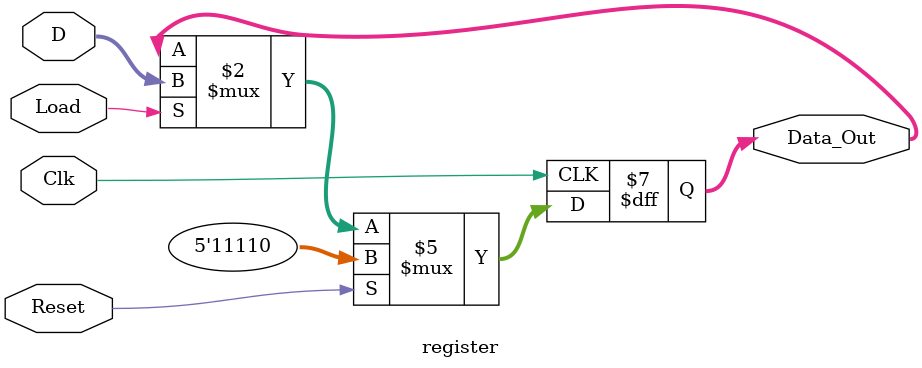
<source format=sv>
module register (input  logic Clk, Reset, Load,
              input  logic [4:0]  D,
              output logic [4:0]  Data_Out);
				  
    always_ff @ (posedge Clk)
    begin
	 	 if (Reset)
			  Data_Out <= 5'd30;
		 else if (Load)
			  Data_Out <= D;
    end
	
endmodule

</source>
